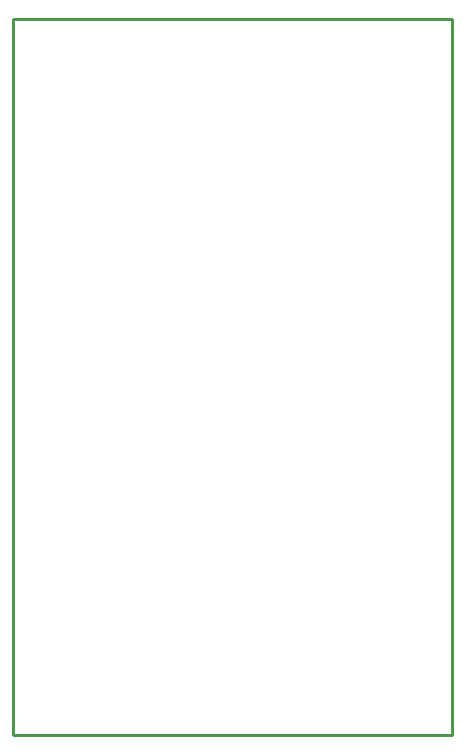
<source format=gko>
G04 Layer: BoardOutlineLayer*
G04 EasyEDA v6.5.46, 2025-09-16 11:21:37*
G04 d57bd40a603b42be9e37e0d49851eb9c,10*
G04 Gerber Generator version 0.2*
G04 Scale: 100 percent, Rotated: No, Reflected: No *
G04 Dimensions in inches *
G04 leading zeros omitted , absolute positions ,3 integer and 6 decimal *
%FSLAX36Y36*%
%MOIN*%

%ADD10C,0.0100*%
D10*
X1465000Y5000D02*
G01*
X1465000Y-2337500D01*
X0Y5000D02*
G01*
X1465000Y5000D01*
X1465000Y-2250000D02*
G01*
X1465000Y-2250000D01*
X1465000Y-2380000D01*
X0Y-2380000D01*
X0Y5000D01*
X0Y-120000D02*
G01*
X0Y-65000D01*
X0Y-5000D01*

%LPD*%
M02*

</source>
